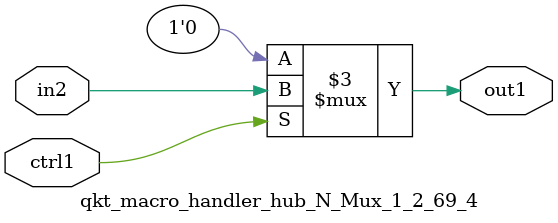
<source format=v>

`timescale 1ps / 1ps


module qkt_macro_handler_hub_N_Mux_1_2_69_4( in2, ctrl1, out1 );

    input in2;
    input ctrl1;
    output out1;
    reg out1;

    
    // rtl_process:qkt_macro_handler_hub_N_Mux_1_2_69_4/qkt_macro_handler_hub_N_Mux_1_2_69_4_thread_1
    always @*
      begin : qkt_macro_handler_hub_N_Mux_1_2_69_4_thread_1
        case (ctrl1) 
          1'b1: 
            begin
              out1 = in2;
            end
          default: 
            begin
              out1 = 1'b0;
            end
        endcase
      end

endmodule



</source>
